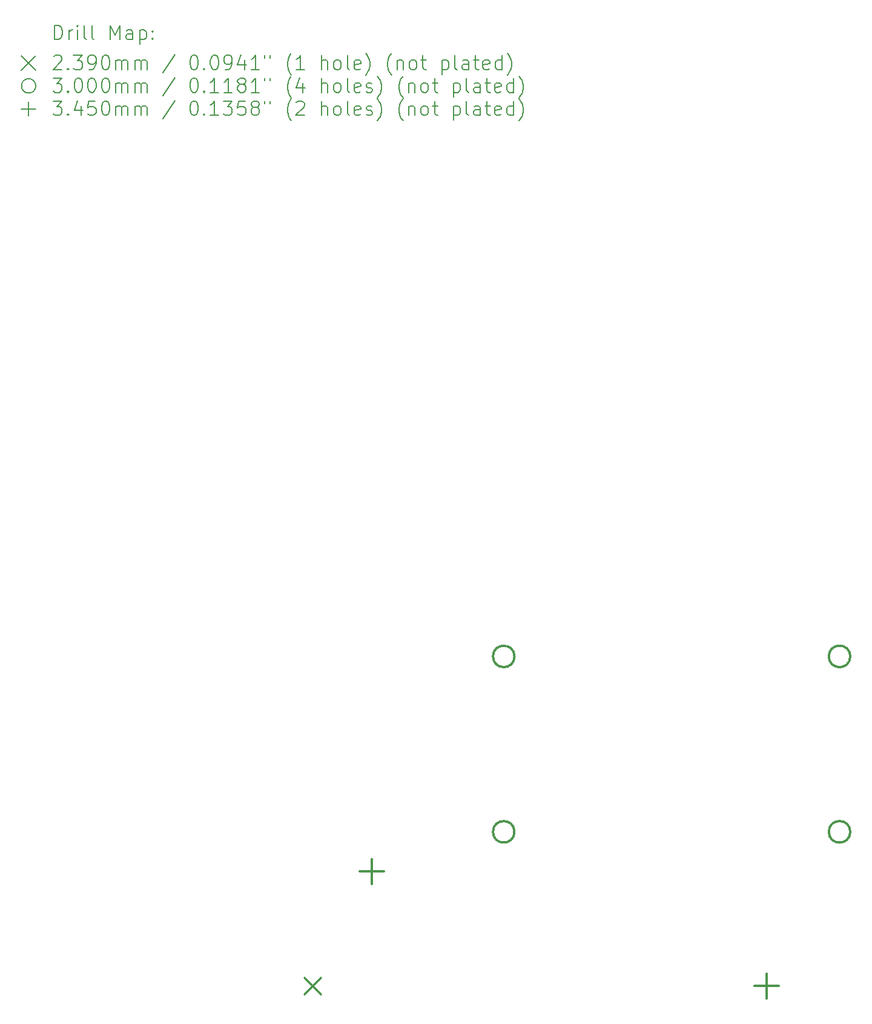
<source format=gbr>
%TF.GenerationSoftware,KiCad,Pcbnew,7.0.7*%
%TF.CreationDate,2023-11-04T11:15:37-05:00*%
%TF.ProjectId,proyectointroducci_n,70726f79-6563-4746-9f69-6e74726f6475,rev?*%
%TF.SameCoordinates,Original*%
%TF.FileFunction,Drillmap*%
%TF.FilePolarity,Positive*%
%FSLAX45Y45*%
G04 Gerber Fmt 4.5, Leading zero omitted, Abs format (unit mm)*
G04 Created by KiCad (PCBNEW 7.0.7) date 2023-11-04 11:15:37*
%MOMM*%
%LPD*%
G01*
G04 APERTURE LIST*
%ADD10C,0.200000*%
%ADD11C,0.239000*%
%ADD12C,0.300000*%
%ADD13C,0.345000*%
G04 APERTURE END LIST*
D10*
D11*
X3746500Y-13418500D02*
X3985500Y-13657500D01*
X3985500Y-13418500D02*
X3746500Y-13657500D01*
D12*
X6692500Y-8932000D02*
G75*
G03*
X6692500Y-8932000I-150000J0D01*
G01*
X6692500Y-11383000D02*
G75*
G03*
X6692500Y-11383000I-150000J0D01*
G01*
X11387500Y-8932000D02*
G75*
G03*
X11387500Y-8932000I-150000J0D01*
G01*
X11387500Y-11383000D02*
G75*
G03*
X11387500Y-11383000I-150000J0D01*
G01*
D13*
X4699000Y-11765500D02*
X4699000Y-12110500D01*
X4526500Y-11938000D02*
X4871500Y-11938000D01*
X10219000Y-13365500D02*
X10219000Y-13710500D01*
X10046500Y-13538000D02*
X10391500Y-13538000D01*
D10*
X260777Y-311484D02*
X260777Y-111484D01*
X260777Y-111484D02*
X308396Y-111484D01*
X308396Y-111484D02*
X336967Y-121008D01*
X336967Y-121008D02*
X356015Y-140055D01*
X356015Y-140055D02*
X365539Y-159103D01*
X365539Y-159103D02*
X375062Y-197198D01*
X375062Y-197198D02*
X375062Y-225769D01*
X375062Y-225769D02*
X365539Y-263865D01*
X365539Y-263865D02*
X356015Y-282912D01*
X356015Y-282912D02*
X336967Y-301960D01*
X336967Y-301960D02*
X308396Y-311484D01*
X308396Y-311484D02*
X260777Y-311484D01*
X460777Y-311484D02*
X460777Y-178150D01*
X460777Y-216246D02*
X470301Y-197198D01*
X470301Y-197198D02*
X479824Y-187674D01*
X479824Y-187674D02*
X498872Y-178150D01*
X498872Y-178150D02*
X517920Y-178150D01*
X584586Y-311484D02*
X584586Y-178150D01*
X584586Y-111484D02*
X575063Y-121008D01*
X575063Y-121008D02*
X584586Y-130531D01*
X584586Y-130531D02*
X594110Y-121008D01*
X594110Y-121008D02*
X584586Y-111484D01*
X584586Y-111484D02*
X584586Y-130531D01*
X708396Y-311484D02*
X689348Y-301960D01*
X689348Y-301960D02*
X679824Y-282912D01*
X679824Y-282912D02*
X679824Y-111484D01*
X813158Y-311484D02*
X794110Y-301960D01*
X794110Y-301960D02*
X784586Y-282912D01*
X784586Y-282912D02*
X784586Y-111484D01*
X1041729Y-311484D02*
X1041729Y-111484D01*
X1041729Y-111484D02*
X1108396Y-254341D01*
X1108396Y-254341D02*
X1175063Y-111484D01*
X1175063Y-111484D02*
X1175063Y-311484D01*
X1356015Y-311484D02*
X1356015Y-206722D01*
X1356015Y-206722D02*
X1346491Y-187674D01*
X1346491Y-187674D02*
X1327444Y-178150D01*
X1327444Y-178150D02*
X1289348Y-178150D01*
X1289348Y-178150D02*
X1270301Y-187674D01*
X1356015Y-301960D02*
X1336967Y-311484D01*
X1336967Y-311484D02*
X1289348Y-311484D01*
X1289348Y-311484D02*
X1270301Y-301960D01*
X1270301Y-301960D02*
X1260777Y-282912D01*
X1260777Y-282912D02*
X1260777Y-263865D01*
X1260777Y-263865D02*
X1270301Y-244817D01*
X1270301Y-244817D02*
X1289348Y-235293D01*
X1289348Y-235293D02*
X1336967Y-235293D01*
X1336967Y-235293D02*
X1356015Y-225769D01*
X1451253Y-178150D02*
X1451253Y-378150D01*
X1451253Y-187674D02*
X1470301Y-178150D01*
X1470301Y-178150D02*
X1508396Y-178150D01*
X1508396Y-178150D02*
X1527443Y-187674D01*
X1527443Y-187674D02*
X1536967Y-197198D01*
X1536967Y-197198D02*
X1546491Y-216246D01*
X1546491Y-216246D02*
X1546491Y-273389D01*
X1546491Y-273389D02*
X1536967Y-292436D01*
X1536967Y-292436D02*
X1527443Y-301960D01*
X1527443Y-301960D02*
X1508396Y-311484D01*
X1508396Y-311484D02*
X1470301Y-311484D01*
X1470301Y-311484D02*
X1451253Y-301960D01*
X1632205Y-292436D02*
X1641729Y-301960D01*
X1641729Y-301960D02*
X1632205Y-311484D01*
X1632205Y-311484D02*
X1622682Y-301960D01*
X1622682Y-301960D02*
X1632205Y-292436D01*
X1632205Y-292436D02*
X1632205Y-311484D01*
X1632205Y-187674D02*
X1641729Y-197198D01*
X1641729Y-197198D02*
X1632205Y-206722D01*
X1632205Y-206722D02*
X1622682Y-197198D01*
X1622682Y-197198D02*
X1632205Y-187674D01*
X1632205Y-187674D02*
X1632205Y-206722D01*
X-200000Y-540000D02*
X0Y-740000D01*
X0Y-540000D02*
X-200000Y-740000D01*
X251253Y-550531D02*
X260777Y-541008D01*
X260777Y-541008D02*
X279824Y-531484D01*
X279824Y-531484D02*
X327444Y-531484D01*
X327444Y-531484D02*
X346491Y-541008D01*
X346491Y-541008D02*
X356015Y-550531D01*
X356015Y-550531D02*
X365539Y-569579D01*
X365539Y-569579D02*
X365539Y-588627D01*
X365539Y-588627D02*
X356015Y-617198D01*
X356015Y-617198D02*
X241729Y-731484D01*
X241729Y-731484D02*
X365539Y-731484D01*
X451253Y-712436D02*
X460777Y-721960D01*
X460777Y-721960D02*
X451253Y-731484D01*
X451253Y-731484D02*
X441729Y-721960D01*
X441729Y-721960D02*
X451253Y-712436D01*
X451253Y-712436D02*
X451253Y-731484D01*
X527444Y-531484D02*
X651253Y-531484D01*
X651253Y-531484D02*
X584586Y-607674D01*
X584586Y-607674D02*
X613158Y-607674D01*
X613158Y-607674D02*
X632205Y-617198D01*
X632205Y-617198D02*
X641729Y-626722D01*
X641729Y-626722D02*
X651253Y-645770D01*
X651253Y-645770D02*
X651253Y-693389D01*
X651253Y-693389D02*
X641729Y-712436D01*
X641729Y-712436D02*
X632205Y-721960D01*
X632205Y-721960D02*
X613158Y-731484D01*
X613158Y-731484D02*
X556015Y-731484D01*
X556015Y-731484D02*
X536967Y-721960D01*
X536967Y-721960D02*
X527444Y-712436D01*
X746491Y-731484D02*
X784586Y-731484D01*
X784586Y-731484D02*
X803634Y-721960D01*
X803634Y-721960D02*
X813158Y-712436D01*
X813158Y-712436D02*
X832205Y-683865D01*
X832205Y-683865D02*
X841729Y-645770D01*
X841729Y-645770D02*
X841729Y-569579D01*
X841729Y-569579D02*
X832205Y-550531D01*
X832205Y-550531D02*
X822682Y-541008D01*
X822682Y-541008D02*
X803634Y-531484D01*
X803634Y-531484D02*
X765539Y-531484D01*
X765539Y-531484D02*
X746491Y-541008D01*
X746491Y-541008D02*
X736967Y-550531D01*
X736967Y-550531D02*
X727443Y-569579D01*
X727443Y-569579D02*
X727443Y-617198D01*
X727443Y-617198D02*
X736967Y-636246D01*
X736967Y-636246D02*
X746491Y-645770D01*
X746491Y-645770D02*
X765539Y-655293D01*
X765539Y-655293D02*
X803634Y-655293D01*
X803634Y-655293D02*
X822682Y-645770D01*
X822682Y-645770D02*
X832205Y-636246D01*
X832205Y-636246D02*
X841729Y-617198D01*
X965539Y-531484D02*
X984586Y-531484D01*
X984586Y-531484D02*
X1003634Y-541008D01*
X1003634Y-541008D02*
X1013158Y-550531D01*
X1013158Y-550531D02*
X1022682Y-569579D01*
X1022682Y-569579D02*
X1032205Y-607674D01*
X1032205Y-607674D02*
X1032205Y-655293D01*
X1032205Y-655293D02*
X1022682Y-693389D01*
X1022682Y-693389D02*
X1013158Y-712436D01*
X1013158Y-712436D02*
X1003634Y-721960D01*
X1003634Y-721960D02*
X984586Y-731484D01*
X984586Y-731484D02*
X965539Y-731484D01*
X965539Y-731484D02*
X946491Y-721960D01*
X946491Y-721960D02*
X936967Y-712436D01*
X936967Y-712436D02*
X927443Y-693389D01*
X927443Y-693389D02*
X917920Y-655293D01*
X917920Y-655293D02*
X917920Y-607674D01*
X917920Y-607674D02*
X927443Y-569579D01*
X927443Y-569579D02*
X936967Y-550531D01*
X936967Y-550531D02*
X946491Y-541008D01*
X946491Y-541008D02*
X965539Y-531484D01*
X1117920Y-731484D02*
X1117920Y-598150D01*
X1117920Y-617198D02*
X1127444Y-607674D01*
X1127444Y-607674D02*
X1146491Y-598150D01*
X1146491Y-598150D02*
X1175063Y-598150D01*
X1175063Y-598150D02*
X1194110Y-607674D01*
X1194110Y-607674D02*
X1203634Y-626722D01*
X1203634Y-626722D02*
X1203634Y-731484D01*
X1203634Y-626722D02*
X1213158Y-607674D01*
X1213158Y-607674D02*
X1232205Y-598150D01*
X1232205Y-598150D02*
X1260777Y-598150D01*
X1260777Y-598150D02*
X1279825Y-607674D01*
X1279825Y-607674D02*
X1289348Y-626722D01*
X1289348Y-626722D02*
X1289348Y-731484D01*
X1384586Y-731484D02*
X1384586Y-598150D01*
X1384586Y-617198D02*
X1394110Y-607674D01*
X1394110Y-607674D02*
X1413158Y-598150D01*
X1413158Y-598150D02*
X1441729Y-598150D01*
X1441729Y-598150D02*
X1460777Y-607674D01*
X1460777Y-607674D02*
X1470301Y-626722D01*
X1470301Y-626722D02*
X1470301Y-731484D01*
X1470301Y-626722D02*
X1479824Y-607674D01*
X1479824Y-607674D02*
X1498872Y-598150D01*
X1498872Y-598150D02*
X1527443Y-598150D01*
X1527443Y-598150D02*
X1546491Y-607674D01*
X1546491Y-607674D02*
X1556015Y-626722D01*
X1556015Y-626722D02*
X1556015Y-731484D01*
X1946491Y-521960D02*
X1775063Y-779103D01*
X2203634Y-531484D02*
X2222682Y-531484D01*
X2222682Y-531484D02*
X2241729Y-541008D01*
X2241729Y-541008D02*
X2251253Y-550531D01*
X2251253Y-550531D02*
X2260777Y-569579D01*
X2260777Y-569579D02*
X2270301Y-607674D01*
X2270301Y-607674D02*
X2270301Y-655293D01*
X2270301Y-655293D02*
X2260777Y-693389D01*
X2260777Y-693389D02*
X2251253Y-712436D01*
X2251253Y-712436D02*
X2241729Y-721960D01*
X2241729Y-721960D02*
X2222682Y-731484D01*
X2222682Y-731484D02*
X2203634Y-731484D01*
X2203634Y-731484D02*
X2184587Y-721960D01*
X2184587Y-721960D02*
X2175063Y-712436D01*
X2175063Y-712436D02*
X2165539Y-693389D01*
X2165539Y-693389D02*
X2156015Y-655293D01*
X2156015Y-655293D02*
X2156015Y-607674D01*
X2156015Y-607674D02*
X2165539Y-569579D01*
X2165539Y-569579D02*
X2175063Y-550531D01*
X2175063Y-550531D02*
X2184587Y-541008D01*
X2184587Y-541008D02*
X2203634Y-531484D01*
X2356015Y-712436D02*
X2365539Y-721960D01*
X2365539Y-721960D02*
X2356015Y-731484D01*
X2356015Y-731484D02*
X2346491Y-721960D01*
X2346491Y-721960D02*
X2356015Y-712436D01*
X2356015Y-712436D02*
X2356015Y-731484D01*
X2489348Y-531484D02*
X2508396Y-531484D01*
X2508396Y-531484D02*
X2527444Y-541008D01*
X2527444Y-541008D02*
X2536968Y-550531D01*
X2536968Y-550531D02*
X2546491Y-569579D01*
X2546491Y-569579D02*
X2556015Y-607674D01*
X2556015Y-607674D02*
X2556015Y-655293D01*
X2556015Y-655293D02*
X2546491Y-693389D01*
X2546491Y-693389D02*
X2536968Y-712436D01*
X2536968Y-712436D02*
X2527444Y-721960D01*
X2527444Y-721960D02*
X2508396Y-731484D01*
X2508396Y-731484D02*
X2489348Y-731484D01*
X2489348Y-731484D02*
X2470301Y-721960D01*
X2470301Y-721960D02*
X2460777Y-712436D01*
X2460777Y-712436D02*
X2451253Y-693389D01*
X2451253Y-693389D02*
X2441729Y-655293D01*
X2441729Y-655293D02*
X2441729Y-607674D01*
X2441729Y-607674D02*
X2451253Y-569579D01*
X2451253Y-569579D02*
X2460777Y-550531D01*
X2460777Y-550531D02*
X2470301Y-541008D01*
X2470301Y-541008D02*
X2489348Y-531484D01*
X2651253Y-731484D02*
X2689348Y-731484D01*
X2689348Y-731484D02*
X2708396Y-721960D01*
X2708396Y-721960D02*
X2717920Y-712436D01*
X2717920Y-712436D02*
X2736968Y-683865D01*
X2736968Y-683865D02*
X2746491Y-645770D01*
X2746491Y-645770D02*
X2746491Y-569579D01*
X2746491Y-569579D02*
X2736968Y-550531D01*
X2736968Y-550531D02*
X2727444Y-541008D01*
X2727444Y-541008D02*
X2708396Y-531484D01*
X2708396Y-531484D02*
X2670301Y-531484D01*
X2670301Y-531484D02*
X2651253Y-541008D01*
X2651253Y-541008D02*
X2641729Y-550531D01*
X2641729Y-550531D02*
X2632206Y-569579D01*
X2632206Y-569579D02*
X2632206Y-617198D01*
X2632206Y-617198D02*
X2641729Y-636246D01*
X2641729Y-636246D02*
X2651253Y-645770D01*
X2651253Y-645770D02*
X2670301Y-655293D01*
X2670301Y-655293D02*
X2708396Y-655293D01*
X2708396Y-655293D02*
X2727444Y-645770D01*
X2727444Y-645770D02*
X2736968Y-636246D01*
X2736968Y-636246D02*
X2746491Y-617198D01*
X2917920Y-598150D02*
X2917920Y-731484D01*
X2870301Y-521960D02*
X2822682Y-664817D01*
X2822682Y-664817D02*
X2946491Y-664817D01*
X3127444Y-731484D02*
X3013158Y-731484D01*
X3070301Y-731484D02*
X3070301Y-531484D01*
X3070301Y-531484D02*
X3051253Y-560055D01*
X3051253Y-560055D02*
X3032206Y-579103D01*
X3032206Y-579103D02*
X3013158Y-588627D01*
X3203634Y-531484D02*
X3203634Y-569579D01*
X3279825Y-531484D02*
X3279825Y-569579D01*
X3575063Y-807674D02*
X3565539Y-798150D01*
X3565539Y-798150D02*
X3546491Y-769579D01*
X3546491Y-769579D02*
X3536968Y-750531D01*
X3536968Y-750531D02*
X3527444Y-721960D01*
X3527444Y-721960D02*
X3517920Y-674341D01*
X3517920Y-674341D02*
X3517920Y-636246D01*
X3517920Y-636246D02*
X3527444Y-588627D01*
X3527444Y-588627D02*
X3536968Y-560055D01*
X3536968Y-560055D02*
X3546491Y-541008D01*
X3546491Y-541008D02*
X3565539Y-512436D01*
X3565539Y-512436D02*
X3575063Y-502912D01*
X3756015Y-731484D02*
X3641729Y-731484D01*
X3698872Y-731484D02*
X3698872Y-531484D01*
X3698872Y-531484D02*
X3679825Y-560055D01*
X3679825Y-560055D02*
X3660777Y-579103D01*
X3660777Y-579103D02*
X3641729Y-588627D01*
X3994110Y-731484D02*
X3994110Y-531484D01*
X4079825Y-731484D02*
X4079825Y-626722D01*
X4079825Y-626722D02*
X4070301Y-607674D01*
X4070301Y-607674D02*
X4051253Y-598150D01*
X4051253Y-598150D02*
X4022682Y-598150D01*
X4022682Y-598150D02*
X4003634Y-607674D01*
X4003634Y-607674D02*
X3994110Y-617198D01*
X4203634Y-731484D02*
X4184587Y-721960D01*
X4184587Y-721960D02*
X4175063Y-712436D01*
X4175063Y-712436D02*
X4165539Y-693389D01*
X4165539Y-693389D02*
X4165539Y-636246D01*
X4165539Y-636246D02*
X4175063Y-617198D01*
X4175063Y-617198D02*
X4184587Y-607674D01*
X4184587Y-607674D02*
X4203634Y-598150D01*
X4203634Y-598150D02*
X4232206Y-598150D01*
X4232206Y-598150D02*
X4251253Y-607674D01*
X4251253Y-607674D02*
X4260777Y-617198D01*
X4260777Y-617198D02*
X4270301Y-636246D01*
X4270301Y-636246D02*
X4270301Y-693389D01*
X4270301Y-693389D02*
X4260777Y-712436D01*
X4260777Y-712436D02*
X4251253Y-721960D01*
X4251253Y-721960D02*
X4232206Y-731484D01*
X4232206Y-731484D02*
X4203634Y-731484D01*
X4384587Y-731484D02*
X4365539Y-721960D01*
X4365539Y-721960D02*
X4356015Y-702912D01*
X4356015Y-702912D02*
X4356015Y-531484D01*
X4536968Y-721960D02*
X4517920Y-731484D01*
X4517920Y-731484D02*
X4479825Y-731484D01*
X4479825Y-731484D02*
X4460777Y-721960D01*
X4460777Y-721960D02*
X4451253Y-702912D01*
X4451253Y-702912D02*
X4451253Y-626722D01*
X4451253Y-626722D02*
X4460777Y-607674D01*
X4460777Y-607674D02*
X4479825Y-598150D01*
X4479825Y-598150D02*
X4517920Y-598150D01*
X4517920Y-598150D02*
X4536968Y-607674D01*
X4536968Y-607674D02*
X4546492Y-626722D01*
X4546492Y-626722D02*
X4546492Y-645770D01*
X4546492Y-645770D02*
X4451253Y-664817D01*
X4613158Y-807674D02*
X4622682Y-798150D01*
X4622682Y-798150D02*
X4641730Y-769579D01*
X4641730Y-769579D02*
X4651253Y-750531D01*
X4651253Y-750531D02*
X4660777Y-721960D01*
X4660777Y-721960D02*
X4670301Y-674341D01*
X4670301Y-674341D02*
X4670301Y-636246D01*
X4670301Y-636246D02*
X4660777Y-588627D01*
X4660777Y-588627D02*
X4651253Y-560055D01*
X4651253Y-560055D02*
X4641730Y-541008D01*
X4641730Y-541008D02*
X4622682Y-512436D01*
X4622682Y-512436D02*
X4613158Y-502912D01*
X4975063Y-807674D02*
X4965539Y-798150D01*
X4965539Y-798150D02*
X4946492Y-769579D01*
X4946492Y-769579D02*
X4936968Y-750531D01*
X4936968Y-750531D02*
X4927444Y-721960D01*
X4927444Y-721960D02*
X4917920Y-674341D01*
X4917920Y-674341D02*
X4917920Y-636246D01*
X4917920Y-636246D02*
X4927444Y-588627D01*
X4927444Y-588627D02*
X4936968Y-560055D01*
X4936968Y-560055D02*
X4946492Y-541008D01*
X4946492Y-541008D02*
X4965539Y-512436D01*
X4965539Y-512436D02*
X4975063Y-502912D01*
X5051253Y-598150D02*
X5051253Y-731484D01*
X5051253Y-617198D02*
X5060777Y-607674D01*
X5060777Y-607674D02*
X5079825Y-598150D01*
X5079825Y-598150D02*
X5108396Y-598150D01*
X5108396Y-598150D02*
X5127444Y-607674D01*
X5127444Y-607674D02*
X5136968Y-626722D01*
X5136968Y-626722D02*
X5136968Y-731484D01*
X5260777Y-731484D02*
X5241730Y-721960D01*
X5241730Y-721960D02*
X5232206Y-712436D01*
X5232206Y-712436D02*
X5222682Y-693389D01*
X5222682Y-693389D02*
X5222682Y-636246D01*
X5222682Y-636246D02*
X5232206Y-617198D01*
X5232206Y-617198D02*
X5241730Y-607674D01*
X5241730Y-607674D02*
X5260777Y-598150D01*
X5260777Y-598150D02*
X5289349Y-598150D01*
X5289349Y-598150D02*
X5308396Y-607674D01*
X5308396Y-607674D02*
X5317920Y-617198D01*
X5317920Y-617198D02*
X5327444Y-636246D01*
X5327444Y-636246D02*
X5327444Y-693389D01*
X5327444Y-693389D02*
X5317920Y-712436D01*
X5317920Y-712436D02*
X5308396Y-721960D01*
X5308396Y-721960D02*
X5289349Y-731484D01*
X5289349Y-731484D02*
X5260777Y-731484D01*
X5384587Y-598150D02*
X5460777Y-598150D01*
X5413158Y-531484D02*
X5413158Y-702912D01*
X5413158Y-702912D02*
X5422682Y-721960D01*
X5422682Y-721960D02*
X5441730Y-731484D01*
X5441730Y-731484D02*
X5460777Y-731484D01*
X5679825Y-598150D02*
X5679825Y-798150D01*
X5679825Y-607674D02*
X5698872Y-598150D01*
X5698872Y-598150D02*
X5736968Y-598150D01*
X5736968Y-598150D02*
X5756015Y-607674D01*
X5756015Y-607674D02*
X5765539Y-617198D01*
X5765539Y-617198D02*
X5775063Y-636246D01*
X5775063Y-636246D02*
X5775063Y-693389D01*
X5775063Y-693389D02*
X5765539Y-712436D01*
X5765539Y-712436D02*
X5756015Y-721960D01*
X5756015Y-721960D02*
X5736968Y-731484D01*
X5736968Y-731484D02*
X5698872Y-731484D01*
X5698872Y-731484D02*
X5679825Y-721960D01*
X5889349Y-731484D02*
X5870301Y-721960D01*
X5870301Y-721960D02*
X5860777Y-702912D01*
X5860777Y-702912D02*
X5860777Y-531484D01*
X6051253Y-731484D02*
X6051253Y-626722D01*
X6051253Y-626722D02*
X6041730Y-607674D01*
X6041730Y-607674D02*
X6022682Y-598150D01*
X6022682Y-598150D02*
X5984587Y-598150D01*
X5984587Y-598150D02*
X5965539Y-607674D01*
X6051253Y-721960D02*
X6032206Y-731484D01*
X6032206Y-731484D02*
X5984587Y-731484D01*
X5984587Y-731484D02*
X5965539Y-721960D01*
X5965539Y-721960D02*
X5956015Y-702912D01*
X5956015Y-702912D02*
X5956015Y-683865D01*
X5956015Y-683865D02*
X5965539Y-664817D01*
X5965539Y-664817D02*
X5984587Y-655293D01*
X5984587Y-655293D02*
X6032206Y-655293D01*
X6032206Y-655293D02*
X6051253Y-645770D01*
X6117920Y-598150D02*
X6194111Y-598150D01*
X6146492Y-531484D02*
X6146492Y-702912D01*
X6146492Y-702912D02*
X6156015Y-721960D01*
X6156015Y-721960D02*
X6175063Y-731484D01*
X6175063Y-731484D02*
X6194111Y-731484D01*
X6336968Y-721960D02*
X6317920Y-731484D01*
X6317920Y-731484D02*
X6279825Y-731484D01*
X6279825Y-731484D02*
X6260777Y-721960D01*
X6260777Y-721960D02*
X6251253Y-702912D01*
X6251253Y-702912D02*
X6251253Y-626722D01*
X6251253Y-626722D02*
X6260777Y-607674D01*
X6260777Y-607674D02*
X6279825Y-598150D01*
X6279825Y-598150D02*
X6317920Y-598150D01*
X6317920Y-598150D02*
X6336968Y-607674D01*
X6336968Y-607674D02*
X6346492Y-626722D01*
X6346492Y-626722D02*
X6346492Y-645770D01*
X6346492Y-645770D02*
X6251253Y-664817D01*
X6517920Y-731484D02*
X6517920Y-531484D01*
X6517920Y-721960D02*
X6498873Y-731484D01*
X6498873Y-731484D02*
X6460777Y-731484D01*
X6460777Y-731484D02*
X6441730Y-721960D01*
X6441730Y-721960D02*
X6432206Y-712436D01*
X6432206Y-712436D02*
X6422682Y-693389D01*
X6422682Y-693389D02*
X6422682Y-636246D01*
X6422682Y-636246D02*
X6432206Y-617198D01*
X6432206Y-617198D02*
X6441730Y-607674D01*
X6441730Y-607674D02*
X6460777Y-598150D01*
X6460777Y-598150D02*
X6498873Y-598150D01*
X6498873Y-598150D02*
X6517920Y-607674D01*
X6594111Y-807674D02*
X6603634Y-798150D01*
X6603634Y-798150D02*
X6622682Y-769579D01*
X6622682Y-769579D02*
X6632206Y-750531D01*
X6632206Y-750531D02*
X6641730Y-721960D01*
X6641730Y-721960D02*
X6651253Y-674341D01*
X6651253Y-674341D02*
X6651253Y-636246D01*
X6651253Y-636246D02*
X6641730Y-588627D01*
X6641730Y-588627D02*
X6632206Y-560055D01*
X6632206Y-560055D02*
X6622682Y-541008D01*
X6622682Y-541008D02*
X6603634Y-512436D01*
X6603634Y-512436D02*
X6594111Y-502912D01*
X0Y-960000D02*
G75*
G03*
X0Y-960000I-100000J0D01*
G01*
X241729Y-851484D02*
X365539Y-851484D01*
X365539Y-851484D02*
X298872Y-927674D01*
X298872Y-927674D02*
X327444Y-927674D01*
X327444Y-927674D02*
X346491Y-937198D01*
X346491Y-937198D02*
X356015Y-946722D01*
X356015Y-946722D02*
X365539Y-965769D01*
X365539Y-965769D02*
X365539Y-1013388D01*
X365539Y-1013388D02*
X356015Y-1032436D01*
X356015Y-1032436D02*
X346491Y-1041960D01*
X346491Y-1041960D02*
X327444Y-1051484D01*
X327444Y-1051484D02*
X270301Y-1051484D01*
X270301Y-1051484D02*
X251253Y-1041960D01*
X251253Y-1041960D02*
X241729Y-1032436D01*
X451253Y-1032436D02*
X460777Y-1041960D01*
X460777Y-1041960D02*
X451253Y-1051484D01*
X451253Y-1051484D02*
X441729Y-1041960D01*
X441729Y-1041960D02*
X451253Y-1032436D01*
X451253Y-1032436D02*
X451253Y-1051484D01*
X584586Y-851484D02*
X603634Y-851484D01*
X603634Y-851484D02*
X622682Y-861008D01*
X622682Y-861008D02*
X632205Y-870531D01*
X632205Y-870531D02*
X641729Y-889579D01*
X641729Y-889579D02*
X651253Y-927674D01*
X651253Y-927674D02*
X651253Y-975293D01*
X651253Y-975293D02*
X641729Y-1013388D01*
X641729Y-1013388D02*
X632205Y-1032436D01*
X632205Y-1032436D02*
X622682Y-1041960D01*
X622682Y-1041960D02*
X603634Y-1051484D01*
X603634Y-1051484D02*
X584586Y-1051484D01*
X584586Y-1051484D02*
X565539Y-1041960D01*
X565539Y-1041960D02*
X556015Y-1032436D01*
X556015Y-1032436D02*
X546491Y-1013388D01*
X546491Y-1013388D02*
X536967Y-975293D01*
X536967Y-975293D02*
X536967Y-927674D01*
X536967Y-927674D02*
X546491Y-889579D01*
X546491Y-889579D02*
X556015Y-870531D01*
X556015Y-870531D02*
X565539Y-861008D01*
X565539Y-861008D02*
X584586Y-851484D01*
X775062Y-851484D02*
X794110Y-851484D01*
X794110Y-851484D02*
X813158Y-861008D01*
X813158Y-861008D02*
X822682Y-870531D01*
X822682Y-870531D02*
X832205Y-889579D01*
X832205Y-889579D02*
X841729Y-927674D01*
X841729Y-927674D02*
X841729Y-975293D01*
X841729Y-975293D02*
X832205Y-1013388D01*
X832205Y-1013388D02*
X822682Y-1032436D01*
X822682Y-1032436D02*
X813158Y-1041960D01*
X813158Y-1041960D02*
X794110Y-1051484D01*
X794110Y-1051484D02*
X775062Y-1051484D01*
X775062Y-1051484D02*
X756015Y-1041960D01*
X756015Y-1041960D02*
X746491Y-1032436D01*
X746491Y-1032436D02*
X736967Y-1013388D01*
X736967Y-1013388D02*
X727443Y-975293D01*
X727443Y-975293D02*
X727443Y-927674D01*
X727443Y-927674D02*
X736967Y-889579D01*
X736967Y-889579D02*
X746491Y-870531D01*
X746491Y-870531D02*
X756015Y-861008D01*
X756015Y-861008D02*
X775062Y-851484D01*
X965539Y-851484D02*
X984586Y-851484D01*
X984586Y-851484D02*
X1003634Y-861008D01*
X1003634Y-861008D02*
X1013158Y-870531D01*
X1013158Y-870531D02*
X1022682Y-889579D01*
X1022682Y-889579D02*
X1032205Y-927674D01*
X1032205Y-927674D02*
X1032205Y-975293D01*
X1032205Y-975293D02*
X1022682Y-1013388D01*
X1022682Y-1013388D02*
X1013158Y-1032436D01*
X1013158Y-1032436D02*
X1003634Y-1041960D01*
X1003634Y-1041960D02*
X984586Y-1051484D01*
X984586Y-1051484D02*
X965539Y-1051484D01*
X965539Y-1051484D02*
X946491Y-1041960D01*
X946491Y-1041960D02*
X936967Y-1032436D01*
X936967Y-1032436D02*
X927443Y-1013388D01*
X927443Y-1013388D02*
X917920Y-975293D01*
X917920Y-975293D02*
X917920Y-927674D01*
X917920Y-927674D02*
X927443Y-889579D01*
X927443Y-889579D02*
X936967Y-870531D01*
X936967Y-870531D02*
X946491Y-861008D01*
X946491Y-861008D02*
X965539Y-851484D01*
X1117920Y-1051484D02*
X1117920Y-918150D01*
X1117920Y-937198D02*
X1127444Y-927674D01*
X1127444Y-927674D02*
X1146491Y-918150D01*
X1146491Y-918150D02*
X1175063Y-918150D01*
X1175063Y-918150D02*
X1194110Y-927674D01*
X1194110Y-927674D02*
X1203634Y-946722D01*
X1203634Y-946722D02*
X1203634Y-1051484D01*
X1203634Y-946722D02*
X1213158Y-927674D01*
X1213158Y-927674D02*
X1232205Y-918150D01*
X1232205Y-918150D02*
X1260777Y-918150D01*
X1260777Y-918150D02*
X1279825Y-927674D01*
X1279825Y-927674D02*
X1289348Y-946722D01*
X1289348Y-946722D02*
X1289348Y-1051484D01*
X1384586Y-1051484D02*
X1384586Y-918150D01*
X1384586Y-937198D02*
X1394110Y-927674D01*
X1394110Y-927674D02*
X1413158Y-918150D01*
X1413158Y-918150D02*
X1441729Y-918150D01*
X1441729Y-918150D02*
X1460777Y-927674D01*
X1460777Y-927674D02*
X1470301Y-946722D01*
X1470301Y-946722D02*
X1470301Y-1051484D01*
X1470301Y-946722D02*
X1479824Y-927674D01*
X1479824Y-927674D02*
X1498872Y-918150D01*
X1498872Y-918150D02*
X1527443Y-918150D01*
X1527443Y-918150D02*
X1546491Y-927674D01*
X1546491Y-927674D02*
X1556015Y-946722D01*
X1556015Y-946722D02*
X1556015Y-1051484D01*
X1946491Y-841960D02*
X1775063Y-1099103D01*
X2203634Y-851484D02*
X2222682Y-851484D01*
X2222682Y-851484D02*
X2241729Y-861008D01*
X2241729Y-861008D02*
X2251253Y-870531D01*
X2251253Y-870531D02*
X2260777Y-889579D01*
X2260777Y-889579D02*
X2270301Y-927674D01*
X2270301Y-927674D02*
X2270301Y-975293D01*
X2270301Y-975293D02*
X2260777Y-1013388D01*
X2260777Y-1013388D02*
X2251253Y-1032436D01*
X2251253Y-1032436D02*
X2241729Y-1041960D01*
X2241729Y-1041960D02*
X2222682Y-1051484D01*
X2222682Y-1051484D02*
X2203634Y-1051484D01*
X2203634Y-1051484D02*
X2184587Y-1041960D01*
X2184587Y-1041960D02*
X2175063Y-1032436D01*
X2175063Y-1032436D02*
X2165539Y-1013388D01*
X2165539Y-1013388D02*
X2156015Y-975293D01*
X2156015Y-975293D02*
X2156015Y-927674D01*
X2156015Y-927674D02*
X2165539Y-889579D01*
X2165539Y-889579D02*
X2175063Y-870531D01*
X2175063Y-870531D02*
X2184587Y-861008D01*
X2184587Y-861008D02*
X2203634Y-851484D01*
X2356015Y-1032436D02*
X2365539Y-1041960D01*
X2365539Y-1041960D02*
X2356015Y-1051484D01*
X2356015Y-1051484D02*
X2346491Y-1041960D01*
X2346491Y-1041960D02*
X2356015Y-1032436D01*
X2356015Y-1032436D02*
X2356015Y-1051484D01*
X2556015Y-1051484D02*
X2441729Y-1051484D01*
X2498872Y-1051484D02*
X2498872Y-851484D01*
X2498872Y-851484D02*
X2479825Y-880055D01*
X2479825Y-880055D02*
X2460777Y-899103D01*
X2460777Y-899103D02*
X2441729Y-908627D01*
X2746491Y-1051484D02*
X2632206Y-1051484D01*
X2689348Y-1051484D02*
X2689348Y-851484D01*
X2689348Y-851484D02*
X2670301Y-880055D01*
X2670301Y-880055D02*
X2651253Y-899103D01*
X2651253Y-899103D02*
X2632206Y-908627D01*
X2860777Y-937198D02*
X2841729Y-927674D01*
X2841729Y-927674D02*
X2832206Y-918150D01*
X2832206Y-918150D02*
X2822682Y-899103D01*
X2822682Y-899103D02*
X2822682Y-889579D01*
X2822682Y-889579D02*
X2832206Y-870531D01*
X2832206Y-870531D02*
X2841729Y-861008D01*
X2841729Y-861008D02*
X2860777Y-851484D01*
X2860777Y-851484D02*
X2898872Y-851484D01*
X2898872Y-851484D02*
X2917920Y-861008D01*
X2917920Y-861008D02*
X2927444Y-870531D01*
X2927444Y-870531D02*
X2936967Y-889579D01*
X2936967Y-889579D02*
X2936967Y-899103D01*
X2936967Y-899103D02*
X2927444Y-918150D01*
X2927444Y-918150D02*
X2917920Y-927674D01*
X2917920Y-927674D02*
X2898872Y-937198D01*
X2898872Y-937198D02*
X2860777Y-937198D01*
X2860777Y-937198D02*
X2841729Y-946722D01*
X2841729Y-946722D02*
X2832206Y-956246D01*
X2832206Y-956246D02*
X2822682Y-975293D01*
X2822682Y-975293D02*
X2822682Y-1013388D01*
X2822682Y-1013388D02*
X2832206Y-1032436D01*
X2832206Y-1032436D02*
X2841729Y-1041960D01*
X2841729Y-1041960D02*
X2860777Y-1051484D01*
X2860777Y-1051484D02*
X2898872Y-1051484D01*
X2898872Y-1051484D02*
X2917920Y-1041960D01*
X2917920Y-1041960D02*
X2927444Y-1032436D01*
X2927444Y-1032436D02*
X2936967Y-1013388D01*
X2936967Y-1013388D02*
X2936967Y-975293D01*
X2936967Y-975293D02*
X2927444Y-956246D01*
X2927444Y-956246D02*
X2917920Y-946722D01*
X2917920Y-946722D02*
X2898872Y-937198D01*
X3127444Y-1051484D02*
X3013158Y-1051484D01*
X3070301Y-1051484D02*
X3070301Y-851484D01*
X3070301Y-851484D02*
X3051253Y-880055D01*
X3051253Y-880055D02*
X3032206Y-899103D01*
X3032206Y-899103D02*
X3013158Y-908627D01*
X3203634Y-851484D02*
X3203634Y-889579D01*
X3279825Y-851484D02*
X3279825Y-889579D01*
X3575063Y-1127674D02*
X3565539Y-1118150D01*
X3565539Y-1118150D02*
X3546491Y-1089579D01*
X3546491Y-1089579D02*
X3536968Y-1070531D01*
X3536968Y-1070531D02*
X3527444Y-1041960D01*
X3527444Y-1041960D02*
X3517920Y-994341D01*
X3517920Y-994341D02*
X3517920Y-956246D01*
X3517920Y-956246D02*
X3527444Y-908627D01*
X3527444Y-908627D02*
X3536968Y-880055D01*
X3536968Y-880055D02*
X3546491Y-861008D01*
X3546491Y-861008D02*
X3565539Y-832436D01*
X3565539Y-832436D02*
X3575063Y-822912D01*
X3736968Y-918150D02*
X3736968Y-1051484D01*
X3689348Y-841960D02*
X3641729Y-984817D01*
X3641729Y-984817D02*
X3765539Y-984817D01*
X3994110Y-1051484D02*
X3994110Y-851484D01*
X4079825Y-1051484D02*
X4079825Y-946722D01*
X4079825Y-946722D02*
X4070301Y-927674D01*
X4070301Y-927674D02*
X4051253Y-918150D01*
X4051253Y-918150D02*
X4022682Y-918150D01*
X4022682Y-918150D02*
X4003634Y-927674D01*
X4003634Y-927674D02*
X3994110Y-937198D01*
X4203634Y-1051484D02*
X4184587Y-1041960D01*
X4184587Y-1041960D02*
X4175063Y-1032436D01*
X4175063Y-1032436D02*
X4165539Y-1013388D01*
X4165539Y-1013388D02*
X4165539Y-956246D01*
X4165539Y-956246D02*
X4175063Y-937198D01*
X4175063Y-937198D02*
X4184587Y-927674D01*
X4184587Y-927674D02*
X4203634Y-918150D01*
X4203634Y-918150D02*
X4232206Y-918150D01*
X4232206Y-918150D02*
X4251253Y-927674D01*
X4251253Y-927674D02*
X4260777Y-937198D01*
X4260777Y-937198D02*
X4270301Y-956246D01*
X4270301Y-956246D02*
X4270301Y-1013388D01*
X4270301Y-1013388D02*
X4260777Y-1032436D01*
X4260777Y-1032436D02*
X4251253Y-1041960D01*
X4251253Y-1041960D02*
X4232206Y-1051484D01*
X4232206Y-1051484D02*
X4203634Y-1051484D01*
X4384587Y-1051484D02*
X4365539Y-1041960D01*
X4365539Y-1041960D02*
X4356015Y-1022912D01*
X4356015Y-1022912D02*
X4356015Y-851484D01*
X4536968Y-1041960D02*
X4517920Y-1051484D01*
X4517920Y-1051484D02*
X4479825Y-1051484D01*
X4479825Y-1051484D02*
X4460777Y-1041960D01*
X4460777Y-1041960D02*
X4451253Y-1022912D01*
X4451253Y-1022912D02*
X4451253Y-946722D01*
X4451253Y-946722D02*
X4460777Y-927674D01*
X4460777Y-927674D02*
X4479825Y-918150D01*
X4479825Y-918150D02*
X4517920Y-918150D01*
X4517920Y-918150D02*
X4536968Y-927674D01*
X4536968Y-927674D02*
X4546492Y-946722D01*
X4546492Y-946722D02*
X4546492Y-965769D01*
X4546492Y-965769D02*
X4451253Y-984817D01*
X4622682Y-1041960D02*
X4641730Y-1051484D01*
X4641730Y-1051484D02*
X4679825Y-1051484D01*
X4679825Y-1051484D02*
X4698873Y-1041960D01*
X4698873Y-1041960D02*
X4708396Y-1022912D01*
X4708396Y-1022912D02*
X4708396Y-1013388D01*
X4708396Y-1013388D02*
X4698873Y-994341D01*
X4698873Y-994341D02*
X4679825Y-984817D01*
X4679825Y-984817D02*
X4651253Y-984817D01*
X4651253Y-984817D02*
X4632206Y-975293D01*
X4632206Y-975293D02*
X4622682Y-956246D01*
X4622682Y-956246D02*
X4622682Y-946722D01*
X4622682Y-946722D02*
X4632206Y-927674D01*
X4632206Y-927674D02*
X4651253Y-918150D01*
X4651253Y-918150D02*
X4679825Y-918150D01*
X4679825Y-918150D02*
X4698873Y-927674D01*
X4775063Y-1127674D02*
X4784587Y-1118150D01*
X4784587Y-1118150D02*
X4803634Y-1089579D01*
X4803634Y-1089579D02*
X4813158Y-1070531D01*
X4813158Y-1070531D02*
X4822682Y-1041960D01*
X4822682Y-1041960D02*
X4832206Y-994341D01*
X4832206Y-994341D02*
X4832206Y-956246D01*
X4832206Y-956246D02*
X4822682Y-908627D01*
X4822682Y-908627D02*
X4813158Y-880055D01*
X4813158Y-880055D02*
X4803634Y-861008D01*
X4803634Y-861008D02*
X4784587Y-832436D01*
X4784587Y-832436D02*
X4775063Y-822912D01*
X5136968Y-1127674D02*
X5127444Y-1118150D01*
X5127444Y-1118150D02*
X5108396Y-1089579D01*
X5108396Y-1089579D02*
X5098873Y-1070531D01*
X5098873Y-1070531D02*
X5089349Y-1041960D01*
X5089349Y-1041960D02*
X5079825Y-994341D01*
X5079825Y-994341D02*
X5079825Y-956246D01*
X5079825Y-956246D02*
X5089349Y-908627D01*
X5089349Y-908627D02*
X5098873Y-880055D01*
X5098873Y-880055D02*
X5108396Y-861008D01*
X5108396Y-861008D02*
X5127444Y-832436D01*
X5127444Y-832436D02*
X5136968Y-822912D01*
X5213158Y-918150D02*
X5213158Y-1051484D01*
X5213158Y-937198D02*
X5222682Y-927674D01*
X5222682Y-927674D02*
X5241730Y-918150D01*
X5241730Y-918150D02*
X5270301Y-918150D01*
X5270301Y-918150D02*
X5289349Y-927674D01*
X5289349Y-927674D02*
X5298873Y-946722D01*
X5298873Y-946722D02*
X5298873Y-1051484D01*
X5422682Y-1051484D02*
X5403634Y-1041960D01*
X5403634Y-1041960D02*
X5394111Y-1032436D01*
X5394111Y-1032436D02*
X5384587Y-1013388D01*
X5384587Y-1013388D02*
X5384587Y-956246D01*
X5384587Y-956246D02*
X5394111Y-937198D01*
X5394111Y-937198D02*
X5403634Y-927674D01*
X5403634Y-927674D02*
X5422682Y-918150D01*
X5422682Y-918150D02*
X5451254Y-918150D01*
X5451254Y-918150D02*
X5470301Y-927674D01*
X5470301Y-927674D02*
X5479825Y-937198D01*
X5479825Y-937198D02*
X5489349Y-956246D01*
X5489349Y-956246D02*
X5489349Y-1013388D01*
X5489349Y-1013388D02*
X5479825Y-1032436D01*
X5479825Y-1032436D02*
X5470301Y-1041960D01*
X5470301Y-1041960D02*
X5451254Y-1051484D01*
X5451254Y-1051484D02*
X5422682Y-1051484D01*
X5546492Y-918150D02*
X5622682Y-918150D01*
X5575063Y-851484D02*
X5575063Y-1022912D01*
X5575063Y-1022912D02*
X5584587Y-1041960D01*
X5584587Y-1041960D02*
X5603634Y-1051484D01*
X5603634Y-1051484D02*
X5622682Y-1051484D01*
X5841730Y-918150D02*
X5841730Y-1118150D01*
X5841730Y-927674D02*
X5860777Y-918150D01*
X5860777Y-918150D02*
X5898873Y-918150D01*
X5898873Y-918150D02*
X5917920Y-927674D01*
X5917920Y-927674D02*
X5927444Y-937198D01*
X5927444Y-937198D02*
X5936968Y-956246D01*
X5936968Y-956246D02*
X5936968Y-1013388D01*
X5936968Y-1013388D02*
X5927444Y-1032436D01*
X5927444Y-1032436D02*
X5917920Y-1041960D01*
X5917920Y-1041960D02*
X5898873Y-1051484D01*
X5898873Y-1051484D02*
X5860777Y-1051484D01*
X5860777Y-1051484D02*
X5841730Y-1041960D01*
X6051253Y-1051484D02*
X6032206Y-1041960D01*
X6032206Y-1041960D02*
X6022682Y-1022912D01*
X6022682Y-1022912D02*
X6022682Y-851484D01*
X6213158Y-1051484D02*
X6213158Y-946722D01*
X6213158Y-946722D02*
X6203634Y-927674D01*
X6203634Y-927674D02*
X6184587Y-918150D01*
X6184587Y-918150D02*
X6146492Y-918150D01*
X6146492Y-918150D02*
X6127444Y-927674D01*
X6213158Y-1041960D02*
X6194111Y-1051484D01*
X6194111Y-1051484D02*
X6146492Y-1051484D01*
X6146492Y-1051484D02*
X6127444Y-1041960D01*
X6127444Y-1041960D02*
X6117920Y-1022912D01*
X6117920Y-1022912D02*
X6117920Y-1003865D01*
X6117920Y-1003865D02*
X6127444Y-984817D01*
X6127444Y-984817D02*
X6146492Y-975293D01*
X6146492Y-975293D02*
X6194111Y-975293D01*
X6194111Y-975293D02*
X6213158Y-965769D01*
X6279825Y-918150D02*
X6356015Y-918150D01*
X6308396Y-851484D02*
X6308396Y-1022912D01*
X6308396Y-1022912D02*
X6317920Y-1041960D01*
X6317920Y-1041960D02*
X6336968Y-1051484D01*
X6336968Y-1051484D02*
X6356015Y-1051484D01*
X6498873Y-1041960D02*
X6479825Y-1051484D01*
X6479825Y-1051484D02*
X6441730Y-1051484D01*
X6441730Y-1051484D02*
X6422682Y-1041960D01*
X6422682Y-1041960D02*
X6413158Y-1022912D01*
X6413158Y-1022912D02*
X6413158Y-946722D01*
X6413158Y-946722D02*
X6422682Y-927674D01*
X6422682Y-927674D02*
X6441730Y-918150D01*
X6441730Y-918150D02*
X6479825Y-918150D01*
X6479825Y-918150D02*
X6498873Y-927674D01*
X6498873Y-927674D02*
X6508396Y-946722D01*
X6508396Y-946722D02*
X6508396Y-965769D01*
X6508396Y-965769D02*
X6413158Y-984817D01*
X6679825Y-1051484D02*
X6679825Y-851484D01*
X6679825Y-1041960D02*
X6660777Y-1051484D01*
X6660777Y-1051484D02*
X6622682Y-1051484D01*
X6622682Y-1051484D02*
X6603634Y-1041960D01*
X6603634Y-1041960D02*
X6594111Y-1032436D01*
X6594111Y-1032436D02*
X6584587Y-1013388D01*
X6584587Y-1013388D02*
X6584587Y-956246D01*
X6584587Y-956246D02*
X6594111Y-937198D01*
X6594111Y-937198D02*
X6603634Y-927674D01*
X6603634Y-927674D02*
X6622682Y-918150D01*
X6622682Y-918150D02*
X6660777Y-918150D01*
X6660777Y-918150D02*
X6679825Y-927674D01*
X6756015Y-1127674D02*
X6765539Y-1118150D01*
X6765539Y-1118150D02*
X6784587Y-1089579D01*
X6784587Y-1089579D02*
X6794111Y-1070531D01*
X6794111Y-1070531D02*
X6803634Y-1041960D01*
X6803634Y-1041960D02*
X6813158Y-994341D01*
X6813158Y-994341D02*
X6813158Y-956246D01*
X6813158Y-956246D02*
X6803634Y-908627D01*
X6803634Y-908627D02*
X6794111Y-880055D01*
X6794111Y-880055D02*
X6784587Y-861008D01*
X6784587Y-861008D02*
X6765539Y-832436D01*
X6765539Y-832436D02*
X6756015Y-822912D01*
X-100000Y-1180000D02*
X-100000Y-1380000D01*
X-200000Y-1280000D02*
X0Y-1280000D01*
X241729Y-1171484D02*
X365539Y-1171484D01*
X365539Y-1171484D02*
X298872Y-1247674D01*
X298872Y-1247674D02*
X327444Y-1247674D01*
X327444Y-1247674D02*
X346491Y-1257198D01*
X346491Y-1257198D02*
X356015Y-1266722D01*
X356015Y-1266722D02*
X365539Y-1285770D01*
X365539Y-1285770D02*
X365539Y-1333389D01*
X365539Y-1333389D02*
X356015Y-1352436D01*
X356015Y-1352436D02*
X346491Y-1361960D01*
X346491Y-1361960D02*
X327444Y-1371484D01*
X327444Y-1371484D02*
X270301Y-1371484D01*
X270301Y-1371484D02*
X251253Y-1361960D01*
X251253Y-1361960D02*
X241729Y-1352436D01*
X451253Y-1352436D02*
X460777Y-1361960D01*
X460777Y-1361960D02*
X451253Y-1371484D01*
X451253Y-1371484D02*
X441729Y-1361960D01*
X441729Y-1361960D02*
X451253Y-1352436D01*
X451253Y-1352436D02*
X451253Y-1371484D01*
X632205Y-1238150D02*
X632205Y-1371484D01*
X584586Y-1161960D02*
X536967Y-1304817D01*
X536967Y-1304817D02*
X660777Y-1304817D01*
X832205Y-1171484D02*
X736967Y-1171484D01*
X736967Y-1171484D02*
X727443Y-1266722D01*
X727443Y-1266722D02*
X736967Y-1257198D01*
X736967Y-1257198D02*
X756015Y-1247674D01*
X756015Y-1247674D02*
X803634Y-1247674D01*
X803634Y-1247674D02*
X822682Y-1257198D01*
X822682Y-1257198D02*
X832205Y-1266722D01*
X832205Y-1266722D02*
X841729Y-1285770D01*
X841729Y-1285770D02*
X841729Y-1333389D01*
X841729Y-1333389D02*
X832205Y-1352436D01*
X832205Y-1352436D02*
X822682Y-1361960D01*
X822682Y-1361960D02*
X803634Y-1371484D01*
X803634Y-1371484D02*
X756015Y-1371484D01*
X756015Y-1371484D02*
X736967Y-1361960D01*
X736967Y-1361960D02*
X727443Y-1352436D01*
X965539Y-1171484D02*
X984586Y-1171484D01*
X984586Y-1171484D02*
X1003634Y-1181008D01*
X1003634Y-1181008D02*
X1013158Y-1190531D01*
X1013158Y-1190531D02*
X1022682Y-1209579D01*
X1022682Y-1209579D02*
X1032205Y-1247674D01*
X1032205Y-1247674D02*
X1032205Y-1295293D01*
X1032205Y-1295293D02*
X1022682Y-1333389D01*
X1022682Y-1333389D02*
X1013158Y-1352436D01*
X1013158Y-1352436D02*
X1003634Y-1361960D01*
X1003634Y-1361960D02*
X984586Y-1371484D01*
X984586Y-1371484D02*
X965539Y-1371484D01*
X965539Y-1371484D02*
X946491Y-1361960D01*
X946491Y-1361960D02*
X936967Y-1352436D01*
X936967Y-1352436D02*
X927443Y-1333389D01*
X927443Y-1333389D02*
X917920Y-1295293D01*
X917920Y-1295293D02*
X917920Y-1247674D01*
X917920Y-1247674D02*
X927443Y-1209579D01*
X927443Y-1209579D02*
X936967Y-1190531D01*
X936967Y-1190531D02*
X946491Y-1181008D01*
X946491Y-1181008D02*
X965539Y-1171484D01*
X1117920Y-1371484D02*
X1117920Y-1238150D01*
X1117920Y-1257198D02*
X1127444Y-1247674D01*
X1127444Y-1247674D02*
X1146491Y-1238150D01*
X1146491Y-1238150D02*
X1175063Y-1238150D01*
X1175063Y-1238150D02*
X1194110Y-1247674D01*
X1194110Y-1247674D02*
X1203634Y-1266722D01*
X1203634Y-1266722D02*
X1203634Y-1371484D01*
X1203634Y-1266722D02*
X1213158Y-1247674D01*
X1213158Y-1247674D02*
X1232205Y-1238150D01*
X1232205Y-1238150D02*
X1260777Y-1238150D01*
X1260777Y-1238150D02*
X1279825Y-1247674D01*
X1279825Y-1247674D02*
X1289348Y-1266722D01*
X1289348Y-1266722D02*
X1289348Y-1371484D01*
X1384586Y-1371484D02*
X1384586Y-1238150D01*
X1384586Y-1257198D02*
X1394110Y-1247674D01*
X1394110Y-1247674D02*
X1413158Y-1238150D01*
X1413158Y-1238150D02*
X1441729Y-1238150D01*
X1441729Y-1238150D02*
X1460777Y-1247674D01*
X1460777Y-1247674D02*
X1470301Y-1266722D01*
X1470301Y-1266722D02*
X1470301Y-1371484D01*
X1470301Y-1266722D02*
X1479824Y-1247674D01*
X1479824Y-1247674D02*
X1498872Y-1238150D01*
X1498872Y-1238150D02*
X1527443Y-1238150D01*
X1527443Y-1238150D02*
X1546491Y-1247674D01*
X1546491Y-1247674D02*
X1556015Y-1266722D01*
X1556015Y-1266722D02*
X1556015Y-1371484D01*
X1946491Y-1161960D02*
X1775063Y-1419103D01*
X2203634Y-1171484D02*
X2222682Y-1171484D01*
X2222682Y-1171484D02*
X2241729Y-1181008D01*
X2241729Y-1181008D02*
X2251253Y-1190531D01*
X2251253Y-1190531D02*
X2260777Y-1209579D01*
X2260777Y-1209579D02*
X2270301Y-1247674D01*
X2270301Y-1247674D02*
X2270301Y-1295293D01*
X2270301Y-1295293D02*
X2260777Y-1333389D01*
X2260777Y-1333389D02*
X2251253Y-1352436D01*
X2251253Y-1352436D02*
X2241729Y-1361960D01*
X2241729Y-1361960D02*
X2222682Y-1371484D01*
X2222682Y-1371484D02*
X2203634Y-1371484D01*
X2203634Y-1371484D02*
X2184587Y-1361960D01*
X2184587Y-1361960D02*
X2175063Y-1352436D01*
X2175063Y-1352436D02*
X2165539Y-1333389D01*
X2165539Y-1333389D02*
X2156015Y-1295293D01*
X2156015Y-1295293D02*
X2156015Y-1247674D01*
X2156015Y-1247674D02*
X2165539Y-1209579D01*
X2165539Y-1209579D02*
X2175063Y-1190531D01*
X2175063Y-1190531D02*
X2184587Y-1181008D01*
X2184587Y-1181008D02*
X2203634Y-1171484D01*
X2356015Y-1352436D02*
X2365539Y-1361960D01*
X2365539Y-1361960D02*
X2356015Y-1371484D01*
X2356015Y-1371484D02*
X2346491Y-1361960D01*
X2346491Y-1361960D02*
X2356015Y-1352436D01*
X2356015Y-1352436D02*
X2356015Y-1371484D01*
X2556015Y-1371484D02*
X2441729Y-1371484D01*
X2498872Y-1371484D02*
X2498872Y-1171484D01*
X2498872Y-1171484D02*
X2479825Y-1200055D01*
X2479825Y-1200055D02*
X2460777Y-1219103D01*
X2460777Y-1219103D02*
X2441729Y-1228627D01*
X2622682Y-1171484D02*
X2746491Y-1171484D01*
X2746491Y-1171484D02*
X2679825Y-1247674D01*
X2679825Y-1247674D02*
X2708396Y-1247674D01*
X2708396Y-1247674D02*
X2727444Y-1257198D01*
X2727444Y-1257198D02*
X2736968Y-1266722D01*
X2736968Y-1266722D02*
X2746491Y-1285770D01*
X2746491Y-1285770D02*
X2746491Y-1333389D01*
X2746491Y-1333389D02*
X2736968Y-1352436D01*
X2736968Y-1352436D02*
X2727444Y-1361960D01*
X2727444Y-1361960D02*
X2708396Y-1371484D01*
X2708396Y-1371484D02*
X2651253Y-1371484D01*
X2651253Y-1371484D02*
X2632206Y-1361960D01*
X2632206Y-1361960D02*
X2622682Y-1352436D01*
X2927444Y-1171484D02*
X2832206Y-1171484D01*
X2832206Y-1171484D02*
X2822682Y-1266722D01*
X2822682Y-1266722D02*
X2832206Y-1257198D01*
X2832206Y-1257198D02*
X2851253Y-1247674D01*
X2851253Y-1247674D02*
X2898872Y-1247674D01*
X2898872Y-1247674D02*
X2917920Y-1257198D01*
X2917920Y-1257198D02*
X2927444Y-1266722D01*
X2927444Y-1266722D02*
X2936967Y-1285770D01*
X2936967Y-1285770D02*
X2936967Y-1333389D01*
X2936967Y-1333389D02*
X2927444Y-1352436D01*
X2927444Y-1352436D02*
X2917920Y-1361960D01*
X2917920Y-1361960D02*
X2898872Y-1371484D01*
X2898872Y-1371484D02*
X2851253Y-1371484D01*
X2851253Y-1371484D02*
X2832206Y-1361960D01*
X2832206Y-1361960D02*
X2822682Y-1352436D01*
X3051253Y-1257198D02*
X3032206Y-1247674D01*
X3032206Y-1247674D02*
X3022682Y-1238150D01*
X3022682Y-1238150D02*
X3013158Y-1219103D01*
X3013158Y-1219103D02*
X3013158Y-1209579D01*
X3013158Y-1209579D02*
X3022682Y-1190531D01*
X3022682Y-1190531D02*
X3032206Y-1181008D01*
X3032206Y-1181008D02*
X3051253Y-1171484D01*
X3051253Y-1171484D02*
X3089348Y-1171484D01*
X3089348Y-1171484D02*
X3108396Y-1181008D01*
X3108396Y-1181008D02*
X3117920Y-1190531D01*
X3117920Y-1190531D02*
X3127444Y-1209579D01*
X3127444Y-1209579D02*
X3127444Y-1219103D01*
X3127444Y-1219103D02*
X3117920Y-1238150D01*
X3117920Y-1238150D02*
X3108396Y-1247674D01*
X3108396Y-1247674D02*
X3089348Y-1257198D01*
X3089348Y-1257198D02*
X3051253Y-1257198D01*
X3051253Y-1257198D02*
X3032206Y-1266722D01*
X3032206Y-1266722D02*
X3022682Y-1276246D01*
X3022682Y-1276246D02*
X3013158Y-1295293D01*
X3013158Y-1295293D02*
X3013158Y-1333389D01*
X3013158Y-1333389D02*
X3022682Y-1352436D01*
X3022682Y-1352436D02*
X3032206Y-1361960D01*
X3032206Y-1361960D02*
X3051253Y-1371484D01*
X3051253Y-1371484D02*
X3089348Y-1371484D01*
X3089348Y-1371484D02*
X3108396Y-1361960D01*
X3108396Y-1361960D02*
X3117920Y-1352436D01*
X3117920Y-1352436D02*
X3127444Y-1333389D01*
X3127444Y-1333389D02*
X3127444Y-1295293D01*
X3127444Y-1295293D02*
X3117920Y-1276246D01*
X3117920Y-1276246D02*
X3108396Y-1266722D01*
X3108396Y-1266722D02*
X3089348Y-1257198D01*
X3203634Y-1171484D02*
X3203634Y-1209579D01*
X3279825Y-1171484D02*
X3279825Y-1209579D01*
X3575063Y-1447674D02*
X3565539Y-1438150D01*
X3565539Y-1438150D02*
X3546491Y-1409579D01*
X3546491Y-1409579D02*
X3536968Y-1390531D01*
X3536968Y-1390531D02*
X3527444Y-1361960D01*
X3527444Y-1361960D02*
X3517920Y-1314341D01*
X3517920Y-1314341D02*
X3517920Y-1276246D01*
X3517920Y-1276246D02*
X3527444Y-1228627D01*
X3527444Y-1228627D02*
X3536968Y-1200055D01*
X3536968Y-1200055D02*
X3546491Y-1181008D01*
X3546491Y-1181008D02*
X3565539Y-1152436D01*
X3565539Y-1152436D02*
X3575063Y-1142912D01*
X3641729Y-1190531D02*
X3651253Y-1181008D01*
X3651253Y-1181008D02*
X3670301Y-1171484D01*
X3670301Y-1171484D02*
X3717920Y-1171484D01*
X3717920Y-1171484D02*
X3736968Y-1181008D01*
X3736968Y-1181008D02*
X3746491Y-1190531D01*
X3746491Y-1190531D02*
X3756015Y-1209579D01*
X3756015Y-1209579D02*
X3756015Y-1228627D01*
X3756015Y-1228627D02*
X3746491Y-1257198D01*
X3746491Y-1257198D02*
X3632206Y-1371484D01*
X3632206Y-1371484D02*
X3756015Y-1371484D01*
X3994110Y-1371484D02*
X3994110Y-1171484D01*
X4079825Y-1371484D02*
X4079825Y-1266722D01*
X4079825Y-1266722D02*
X4070301Y-1247674D01*
X4070301Y-1247674D02*
X4051253Y-1238150D01*
X4051253Y-1238150D02*
X4022682Y-1238150D01*
X4022682Y-1238150D02*
X4003634Y-1247674D01*
X4003634Y-1247674D02*
X3994110Y-1257198D01*
X4203634Y-1371484D02*
X4184587Y-1361960D01*
X4184587Y-1361960D02*
X4175063Y-1352436D01*
X4175063Y-1352436D02*
X4165539Y-1333389D01*
X4165539Y-1333389D02*
X4165539Y-1276246D01*
X4165539Y-1276246D02*
X4175063Y-1257198D01*
X4175063Y-1257198D02*
X4184587Y-1247674D01*
X4184587Y-1247674D02*
X4203634Y-1238150D01*
X4203634Y-1238150D02*
X4232206Y-1238150D01*
X4232206Y-1238150D02*
X4251253Y-1247674D01*
X4251253Y-1247674D02*
X4260777Y-1257198D01*
X4260777Y-1257198D02*
X4270301Y-1276246D01*
X4270301Y-1276246D02*
X4270301Y-1333389D01*
X4270301Y-1333389D02*
X4260777Y-1352436D01*
X4260777Y-1352436D02*
X4251253Y-1361960D01*
X4251253Y-1361960D02*
X4232206Y-1371484D01*
X4232206Y-1371484D02*
X4203634Y-1371484D01*
X4384587Y-1371484D02*
X4365539Y-1361960D01*
X4365539Y-1361960D02*
X4356015Y-1342912D01*
X4356015Y-1342912D02*
X4356015Y-1171484D01*
X4536968Y-1361960D02*
X4517920Y-1371484D01*
X4517920Y-1371484D02*
X4479825Y-1371484D01*
X4479825Y-1371484D02*
X4460777Y-1361960D01*
X4460777Y-1361960D02*
X4451253Y-1342912D01*
X4451253Y-1342912D02*
X4451253Y-1266722D01*
X4451253Y-1266722D02*
X4460777Y-1247674D01*
X4460777Y-1247674D02*
X4479825Y-1238150D01*
X4479825Y-1238150D02*
X4517920Y-1238150D01*
X4517920Y-1238150D02*
X4536968Y-1247674D01*
X4536968Y-1247674D02*
X4546492Y-1266722D01*
X4546492Y-1266722D02*
X4546492Y-1285770D01*
X4546492Y-1285770D02*
X4451253Y-1304817D01*
X4622682Y-1361960D02*
X4641730Y-1371484D01*
X4641730Y-1371484D02*
X4679825Y-1371484D01*
X4679825Y-1371484D02*
X4698873Y-1361960D01*
X4698873Y-1361960D02*
X4708396Y-1342912D01*
X4708396Y-1342912D02*
X4708396Y-1333389D01*
X4708396Y-1333389D02*
X4698873Y-1314341D01*
X4698873Y-1314341D02*
X4679825Y-1304817D01*
X4679825Y-1304817D02*
X4651253Y-1304817D01*
X4651253Y-1304817D02*
X4632206Y-1295293D01*
X4632206Y-1295293D02*
X4622682Y-1276246D01*
X4622682Y-1276246D02*
X4622682Y-1266722D01*
X4622682Y-1266722D02*
X4632206Y-1247674D01*
X4632206Y-1247674D02*
X4651253Y-1238150D01*
X4651253Y-1238150D02*
X4679825Y-1238150D01*
X4679825Y-1238150D02*
X4698873Y-1247674D01*
X4775063Y-1447674D02*
X4784587Y-1438150D01*
X4784587Y-1438150D02*
X4803634Y-1409579D01*
X4803634Y-1409579D02*
X4813158Y-1390531D01*
X4813158Y-1390531D02*
X4822682Y-1361960D01*
X4822682Y-1361960D02*
X4832206Y-1314341D01*
X4832206Y-1314341D02*
X4832206Y-1276246D01*
X4832206Y-1276246D02*
X4822682Y-1228627D01*
X4822682Y-1228627D02*
X4813158Y-1200055D01*
X4813158Y-1200055D02*
X4803634Y-1181008D01*
X4803634Y-1181008D02*
X4784587Y-1152436D01*
X4784587Y-1152436D02*
X4775063Y-1142912D01*
X5136968Y-1447674D02*
X5127444Y-1438150D01*
X5127444Y-1438150D02*
X5108396Y-1409579D01*
X5108396Y-1409579D02*
X5098873Y-1390531D01*
X5098873Y-1390531D02*
X5089349Y-1361960D01*
X5089349Y-1361960D02*
X5079825Y-1314341D01*
X5079825Y-1314341D02*
X5079825Y-1276246D01*
X5079825Y-1276246D02*
X5089349Y-1228627D01*
X5089349Y-1228627D02*
X5098873Y-1200055D01*
X5098873Y-1200055D02*
X5108396Y-1181008D01*
X5108396Y-1181008D02*
X5127444Y-1152436D01*
X5127444Y-1152436D02*
X5136968Y-1142912D01*
X5213158Y-1238150D02*
X5213158Y-1371484D01*
X5213158Y-1257198D02*
X5222682Y-1247674D01*
X5222682Y-1247674D02*
X5241730Y-1238150D01*
X5241730Y-1238150D02*
X5270301Y-1238150D01*
X5270301Y-1238150D02*
X5289349Y-1247674D01*
X5289349Y-1247674D02*
X5298873Y-1266722D01*
X5298873Y-1266722D02*
X5298873Y-1371484D01*
X5422682Y-1371484D02*
X5403634Y-1361960D01*
X5403634Y-1361960D02*
X5394111Y-1352436D01*
X5394111Y-1352436D02*
X5384587Y-1333389D01*
X5384587Y-1333389D02*
X5384587Y-1276246D01*
X5384587Y-1276246D02*
X5394111Y-1257198D01*
X5394111Y-1257198D02*
X5403634Y-1247674D01*
X5403634Y-1247674D02*
X5422682Y-1238150D01*
X5422682Y-1238150D02*
X5451254Y-1238150D01*
X5451254Y-1238150D02*
X5470301Y-1247674D01*
X5470301Y-1247674D02*
X5479825Y-1257198D01*
X5479825Y-1257198D02*
X5489349Y-1276246D01*
X5489349Y-1276246D02*
X5489349Y-1333389D01*
X5489349Y-1333389D02*
X5479825Y-1352436D01*
X5479825Y-1352436D02*
X5470301Y-1361960D01*
X5470301Y-1361960D02*
X5451254Y-1371484D01*
X5451254Y-1371484D02*
X5422682Y-1371484D01*
X5546492Y-1238150D02*
X5622682Y-1238150D01*
X5575063Y-1171484D02*
X5575063Y-1342912D01*
X5575063Y-1342912D02*
X5584587Y-1361960D01*
X5584587Y-1361960D02*
X5603634Y-1371484D01*
X5603634Y-1371484D02*
X5622682Y-1371484D01*
X5841730Y-1238150D02*
X5841730Y-1438150D01*
X5841730Y-1247674D02*
X5860777Y-1238150D01*
X5860777Y-1238150D02*
X5898873Y-1238150D01*
X5898873Y-1238150D02*
X5917920Y-1247674D01*
X5917920Y-1247674D02*
X5927444Y-1257198D01*
X5927444Y-1257198D02*
X5936968Y-1276246D01*
X5936968Y-1276246D02*
X5936968Y-1333389D01*
X5936968Y-1333389D02*
X5927444Y-1352436D01*
X5927444Y-1352436D02*
X5917920Y-1361960D01*
X5917920Y-1361960D02*
X5898873Y-1371484D01*
X5898873Y-1371484D02*
X5860777Y-1371484D01*
X5860777Y-1371484D02*
X5841730Y-1361960D01*
X6051253Y-1371484D02*
X6032206Y-1361960D01*
X6032206Y-1361960D02*
X6022682Y-1342912D01*
X6022682Y-1342912D02*
X6022682Y-1171484D01*
X6213158Y-1371484D02*
X6213158Y-1266722D01*
X6213158Y-1266722D02*
X6203634Y-1247674D01*
X6203634Y-1247674D02*
X6184587Y-1238150D01*
X6184587Y-1238150D02*
X6146492Y-1238150D01*
X6146492Y-1238150D02*
X6127444Y-1247674D01*
X6213158Y-1361960D02*
X6194111Y-1371484D01*
X6194111Y-1371484D02*
X6146492Y-1371484D01*
X6146492Y-1371484D02*
X6127444Y-1361960D01*
X6127444Y-1361960D02*
X6117920Y-1342912D01*
X6117920Y-1342912D02*
X6117920Y-1323865D01*
X6117920Y-1323865D02*
X6127444Y-1304817D01*
X6127444Y-1304817D02*
X6146492Y-1295293D01*
X6146492Y-1295293D02*
X6194111Y-1295293D01*
X6194111Y-1295293D02*
X6213158Y-1285770D01*
X6279825Y-1238150D02*
X6356015Y-1238150D01*
X6308396Y-1171484D02*
X6308396Y-1342912D01*
X6308396Y-1342912D02*
X6317920Y-1361960D01*
X6317920Y-1361960D02*
X6336968Y-1371484D01*
X6336968Y-1371484D02*
X6356015Y-1371484D01*
X6498873Y-1361960D02*
X6479825Y-1371484D01*
X6479825Y-1371484D02*
X6441730Y-1371484D01*
X6441730Y-1371484D02*
X6422682Y-1361960D01*
X6422682Y-1361960D02*
X6413158Y-1342912D01*
X6413158Y-1342912D02*
X6413158Y-1266722D01*
X6413158Y-1266722D02*
X6422682Y-1247674D01*
X6422682Y-1247674D02*
X6441730Y-1238150D01*
X6441730Y-1238150D02*
X6479825Y-1238150D01*
X6479825Y-1238150D02*
X6498873Y-1247674D01*
X6498873Y-1247674D02*
X6508396Y-1266722D01*
X6508396Y-1266722D02*
X6508396Y-1285770D01*
X6508396Y-1285770D02*
X6413158Y-1304817D01*
X6679825Y-1371484D02*
X6679825Y-1171484D01*
X6679825Y-1361960D02*
X6660777Y-1371484D01*
X6660777Y-1371484D02*
X6622682Y-1371484D01*
X6622682Y-1371484D02*
X6603634Y-1361960D01*
X6603634Y-1361960D02*
X6594111Y-1352436D01*
X6594111Y-1352436D02*
X6584587Y-1333389D01*
X6584587Y-1333389D02*
X6584587Y-1276246D01*
X6584587Y-1276246D02*
X6594111Y-1257198D01*
X6594111Y-1257198D02*
X6603634Y-1247674D01*
X6603634Y-1247674D02*
X6622682Y-1238150D01*
X6622682Y-1238150D02*
X6660777Y-1238150D01*
X6660777Y-1238150D02*
X6679825Y-1247674D01*
X6756015Y-1447674D02*
X6765539Y-1438150D01*
X6765539Y-1438150D02*
X6784587Y-1409579D01*
X6784587Y-1409579D02*
X6794111Y-1390531D01*
X6794111Y-1390531D02*
X6803634Y-1361960D01*
X6803634Y-1361960D02*
X6813158Y-1314341D01*
X6813158Y-1314341D02*
X6813158Y-1276246D01*
X6813158Y-1276246D02*
X6803634Y-1228627D01*
X6803634Y-1228627D02*
X6794111Y-1200055D01*
X6794111Y-1200055D02*
X6784587Y-1181008D01*
X6784587Y-1181008D02*
X6765539Y-1152436D01*
X6765539Y-1152436D02*
X6756015Y-1142912D01*
M02*

</source>
